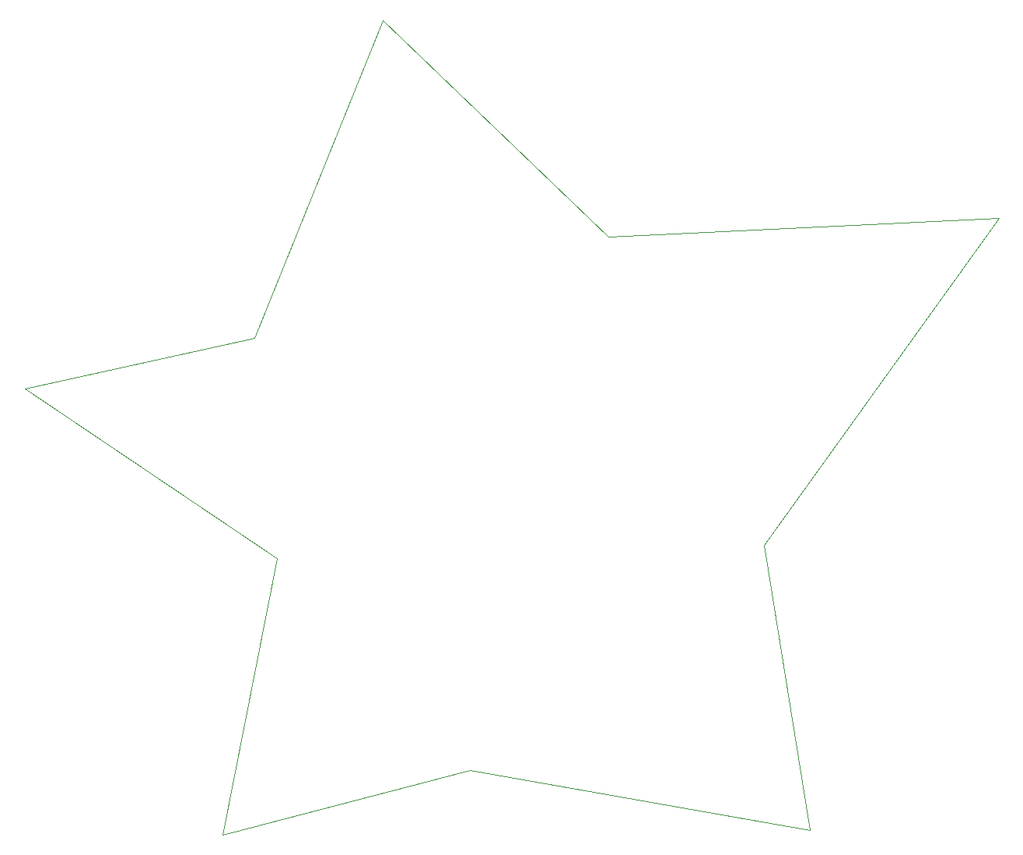
<source format=gbr>
%TF.GenerationSoftware,KiCad,Pcbnew,9.0.7*%
%TF.CreationDate,2026-02-09T18:39:48-05:00*%
%TF.ProjectId,555timerCES,35353574-696d-4657-9243-45532e6b6963,rev?*%
%TF.SameCoordinates,Original*%
%TF.FileFunction,Profile,NP*%
%FSLAX46Y46*%
G04 Gerber Fmt 4.6, Leading zero omitted, Abs format (unit mm)*
G04 Created by KiCad (PCBNEW 9.0.7) date 2026-02-09 18:39:48*
%MOMM*%
%LPD*%
G01*
G04 APERTURE LIST*
%TA.AperFunction,Profile*%
%ADD10C,0.050000*%
%TD*%
G04 APERTURE END LIST*
D10*
X137500000Y-65000000D02*
X180000000Y-63000000D01*
X154500000Y-98500000D01*
X159500000Y-129500000D01*
X122500000Y-123000000D01*
X95500000Y-130000000D01*
X101500000Y-100000000D01*
X74000000Y-81500000D01*
X99000000Y-76000000D01*
X113000000Y-41500000D01*
X137500000Y-65000000D01*
M02*

</source>
